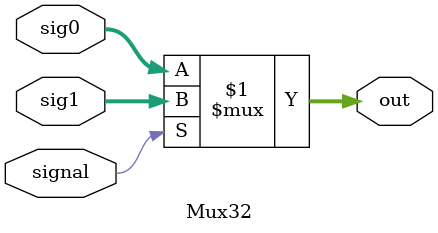
<source format=v>
module Mux32(signal, 
sig1, 
sig0, 
out
);
input signal;
input [31:0] sig1, sig0;
output [31:0] out;

assign out = (signal)? sig1 : sig0 ;

endmodule

</source>
